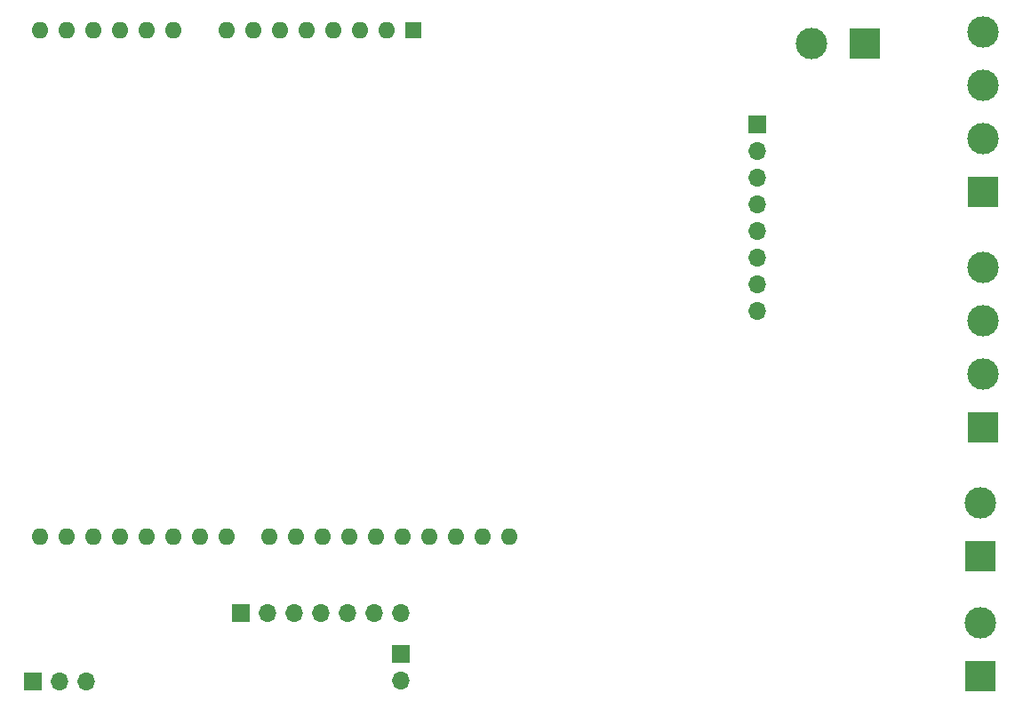
<source format=gbr>
%TF.GenerationSoftware,KiCad,Pcbnew,7.0.1*%
%TF.CreationDate,2024-04-24T16:11:52-07:00*%
%TF.ProjectId,Senior Design,53656e69-6f72-4204-9465-7369676e2e6b,rev?*%
%TF.SameCoordinates,Original*%
%TF.FileFunction,Soldermask,Bot*%
%TF.FilePolarity,Negative*%
%FSLAX46Y46*%
G04 Gerber Fmt 4.6, Leading zero omitted, Abs format (unit mm)*
G04 Created by KiCad (PCBNEW 7.0.1) date 2024-04-24 16:11:52*
%MOMM*%
%LPD*%
G01*
G04 APERTURE LIST*
%ADD10R,1.700000X1.700000*%
%ADD11O,1.700000X1.700000*%
%ADD12R,3.000000X3.000000*%
%ADD13C,3.000000*%
%ADD14R,1.600000X1.600000*%
%ADD15O,1.600000X1.600000*%
G04 APERTURE END LIST*
D10*
%TO.C,J9*%
X159550000Y-82000000D03*
D11*
X162090000Y-82000000D03*
X164630000Y-82000000D03*
X167170000Y-82000000D03*
X169710000Y-82000000D03*
X172250000Y-82000000D03*
X174790000Y-82000000D03*
%TD*%
D10*
%TO.C,J4*%
X139750000Y-88500000D03*
D11*
X142290000Y-88500000D03*
X144830000Y-88500000D03*
%TD*%
D12*
%TO.C,J2*%
X230000000Y-88040000D03*
D13*
X230000000Y-82960000D03*
%TD*%
D12*
%TO.C,J5*%
X230250000Y-64330000D03*
D13*
X230250000Y-59250000D03*
X230250000Y-54170000D03*
X230250000Y-49090000D03*
%TD*%
D12*
%TO.C,J7*%
X230000000Y-76580000D03*
D13*
X230000000Y-71500000D03*
%TD*%
D10*
%TO.C,J10*%
X174750000Y-85890000D03*
D11*
X174750000Y-88430000D03*
%TD*%
D10*
%TO.C,J8*%
X208750000Y-35420000D03*
D11*
X208750000Y-37960000D03*
X208750000Y-40500000D03*
X208750000Y-43040000D03*
X208750000Y-45580000D03*
X208750000Y-48120000D03*
X208750000Y-50660000D03*
X208750000Y-53200000D03*
%TD*%
D12*
%TO.C,J1*%
X219000000Y-27750000D03*
D13*
X213920000Y-27750000D03*
%TD*%
D12*
%TO.C,J6*%
X230250000Y-41910000D03*
D13*
X230250000Y-36830000D03*
X230250000Y-31750000D03*
X230250000Y-26670000D03*
%TD*%
D14*
%TO.C,A1*%
X175950000Y-26500000D03*
D15*
X173410000Y-26500000D03*
X170870000Y-26500000D03*
X168330000Y-26500000D03*
X165790000Y-26500000D03*
X163250000Y-26500000D03*
X160710000Y-26500000D03*
X158170000Y-26500000D03*
X153090000Y-26500000D03*
X150550000Y-26500000D03*
X148010000Y-26500000D03*
X145470000Y-26500000D03*
X142930000Y-26500000D03*
X140390000Y-26500000D03*
X140390000Y-74760000D03*
X142930000Y-74760000D03*
X145470000Y-74760000D03*
X148010000Y-74760000D03*
X150550000Y-74760000D03*
X153090000Y-74760000D03*
X155630000Y-74760000D03*
X158170000Y-74760000D03*
X162230000Y-74760000D03*
X164770000Y-74760000D03*
X167310000Y-74760000D03*
X169850000Y-74760000D03*
X172390000Y-74760000D03*
X174930000Y-74760000D03*
X177470000Y-74760000D03*
X180010000Y-74760000D03*
X182550000Y-74760000D03*
X185090000Y-74760000D03*
%TD*%
M02*

</source>
